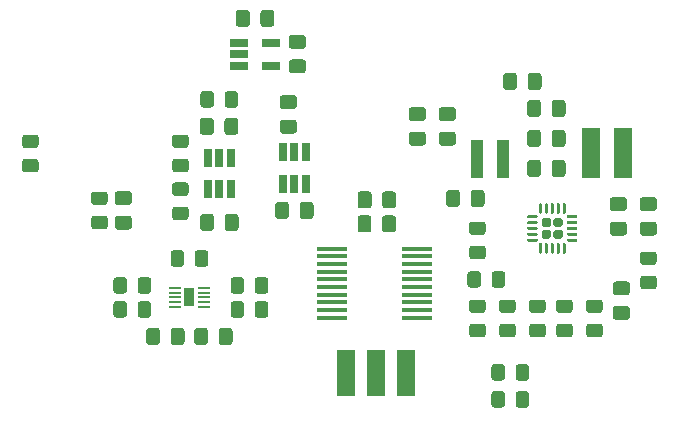
<source format=gbp>
G04 #@! TF.GenerationSoftware,KiCad,Pcbnew,(5.1.6)-1*
G04 #@! TF.CreationDate,2020-11-23T18:00:32+01:00*
G04 #@! TF.ProjectId,Power_module_v1,506f7765-725f-46d6-9f64-756c655f7631,rev?*
G04 #@! TF.SameCoordinates,Original*
G04 #@! TF.FileFunction,Paste,Bot*
G04 #@! TF.FilePolarity,Positive*
%FSLAX46Y46*%
G04 Gerber Fmt 4.6, Leading zero omitted, Abs format (unit mm)*
G04 Created by KiCad (PCBNEW (5.1.6)-1) date 2020-11-23 18:00:32*
%MOMM*%
%LPD*%
G01*
G04 APERTURE LIST*
%ADD10R,1.000000X0.200000*%
%ADD11R,0.900000X1.500000*%
%ADD12R,1.600000X4.300000*%
%ADD13R,1.000000X3.200000*%
%ADD14R,0.650000X1.560000*%
%ADD15R,1.560000X0.650000*%
%ADD16R,2.500000X0.450000*%
%ADD17R,1.524000X4.000000*%
G04 APERTURE END LIST*
G36*
G01*
X107139000Y-92652001D02*
X107139000Y-91751999D01*
G75*
G02*
X107388999Y-91502000I249999J0D01*
G01*
X108039001Y-91502000D01*
G75*
G02*
X108289000Y-91751999I0J-249999D01*
G01*
X108289000Y-92652001D01*
G75*
G02*
X108039001Y-92902000I-249999J0D01*
G01*
X107388999Y-92902000D01*
G75*
G02*
X107139000Y-92652001I0J249999D01*
G01*
G37*
G36*
G01*
X105089000Y-92652001D02*
X105089000Y-91751999D01*
G75*
G02*
X105338999Y-91502000I249999J0D01*
G01*
X105989001Y-91502000D01*
G75*
G02*
X106239000Y-91751999I0J-249999D01*
G01*
X106239000Y-92652001D01*
G75*
G02*
X105989001Y-92902000I-249999J0D01*
G01*
X105338999Y-92902000D01*
G75*
G02*
X105089000Y-92652001I0J249999D01*
G01*
G37*
G36*
G01*
X112219000Y-94938001D02*
X112219000Y-94037999D01*
G75*
G02*
X112468999Y-93788000I249999J0D01*
G01*
X113119001Y-93788000D01*
G75*
G02*
X113369000Y-94037999I0J-249999D01*
G01*
X113369000Y-94938001D01*
G75*
G02*
X113119001Y-95188000I-249999J0D01*
G01*
X112468999Y-95188000D01*
G75*
G02*
X112219000Y-94938001I0J249999D01*
G01*
G37*
G36*
G01*
X110169000Y-94938001D02*
X110169000Y-94037999D01*
G75*
G02*
X110418999Y-93788000I249999J0D01*
G01*
X111069001Y-93788000D01*
G75*
G02*
X111319000Y-94037999I0J-249999D01*
G01*
X111319000Y-94938001D01*
G75*
G02*
X111069001Y-95188000I-249999J0D01*
G01*
X110418999Y-95188000D01*
G75*
G02*
X110169000Y-94938001I0J249999D01*
G01*
G37*
G36*
G01*
X136456000Y-81567000D02*
X136456000Y-82517000D01*
G75*
G02*
X136206000Y-82767000I-250000J0D01*
G01*
X135531000Y-82767000D01*
G75*
G02*
X135281000Y-82517000I0J250000D01*
G01*
X135281000Y-81567000D01*
G75*
G02*
X135531000Y-81317000I250000J0D01*
G01*
X136206000Y-81317000D01*
G75*
G02*
X136456000Y-81567000I0J-250000D01*
G01*
G37*
G36*
G01*
X138531000Y-81567000D02*
X138531000Y-82517000D01*
G75*
G02*
X138281000Y-82767000I-250000J0D01*
G01*
X137606000Y-82767000D01*
G75*
G02*
X137356000Y-82517000I0J250000D01*
G01*
X137356000Y-81567000D01*
G75*
G02*
X137606000Y-81317000I250000J0D01*
G01*
X138281000Y-81317000D01*
G75*
G02*
X138531000Y-81567000I0J-250000D01*
G01*
G37*
G36*
G01*
X142781000Y-96229500D02*
X143731000Y-96229500D01*
G75*
G02*
X143981000Y-96479500I0J-250000D01*
G01*
X143981000Y-97154500D01*
G75*
G02*
X143731000Y-97404500I-250000J0D01*
G01*
X142781000Y-97404500D01*
G75*
G02*
X142531000Y-97154500I0J250000D01*
G01*
X142531000Y-96479500D01*
G75*
G02*
X142781000Y-96229500I250000J0D01*
G01*
G37*
G36*
G01*
X142781000Y-94154500D02*
X143731000Y-94154500D01*
G75*
G02*
X143981000Y-94404500I0J-250000D01*
G01*
X143981000Y-95079500D01*
G75*
G02*
X143731000Y-95329500I-250000J0D01*
G01*
X142781000Y-95329500D01*
G75*
G02*
X142531000Y-95079500I0J250000D01*
G01*
X142531000Y-94404500D01*
G75*
G02*
X142781000Y-94154500I250000J0D01*
G01*
G37*
G36*
G01*
X126459000Y-80576000D02*
X125509000Y-80576000D01*
G75*
G02*
X125259000Y-80326000I0J250000D01*
G01*
X125259000Y-79651000D01*
G75*
G02*
X125509000Y-79401000I250000J0D01*
G01*
X126459000Y-79401000D01*
G75*
G02*
X126709000Y-79651000I0J-250000D01*
G01*
X126709000Y-80326000D01*
G75*
G02*
X126459000Y-80576000I-250000J0D01*
G01*
G37*
G36*
G01*
X126459000Y-82651000D02*
X125509000Y-82651000D01*
G75*
G02*
X125259000Y-82401000I0J250000D01*
G01*
X125259000Y-81726000D01*
G75*
G02*
X125509000Y-81476000I250000J0D01*
G01*
X126459000Y-81476000D01*
G75*
G02*
X126709000Y-81726000I0J-250000D01*
G01*
X126709000Y-82401000D01*
G75*
G02*
X126459000Y-82651000I-250000J0D01*
G01*
G37*
G36*
G01*
X142527000Y-89096000D02*
X143477000Y-89096000D01*
G75*
G02*
X143727000Y-89346000I0J-250000D01*
G01*
X143727000Y-90021000D01*
G75*
G02*
X143477000Y-90271000I-250000J0D01*
G01*
X142527000Y-90271000D01*
G75*
G02*
X142277000Y-90021000I0J250000D01*
G01*
X142277000Y-89346000D01*
G75*
G02*
X142527000Y-89096000I250000J0D01*
G01*
G37*
G36*
G01*
X142527000Y-87021000D02*
X143477000Y-87021000D01*
G75*
G02*
X143727000Y-87271000I0J-250000D01*
G01*
X143727000Y-87946000D01*
G75*
G02*
X143477000Y-88196000I-250000J0D01*
G01*
X142527000Y-88196000D01*
G75*
G02*
X142277000Y-87946000I0J250000D01*
G01*
X142277000Y-87271000D01*
G75*
G02*
X142527000Y-87021000I250000J0D01*
G01*
G37*
G36*
G01*
X136456000Y-84107000D02*
X136456000Y-85057000D01*
G75*
G02*
X136206000Y-85307000I-250000J0D01*
G01*
X135531000Y-85307000D01*
G75*
G02*
X135281000Y-85057000I0J250000D01*
G01*
X135281000Y-84107000D01*
G75*
G02*
X135531000Y-83857000I250000J0D01*
G01*
X136206000Y-83857000D01*
G75*
G02*
X136456000Y-84107000I0J-250000D01*
G01*
G37*
G36*
G01*
X138531000Y-84107000D02*
X138531000Y-85057000D01*
G75*
G02*
X138281000Y-85307000I-250000J0D01*
G01*
X137606000Y-85307000D01*
G75*
G02*
X137356000Y-85057000I0J250000D01*
G01*
X137356000Y-84107000D01*
G75*
G02*
X137606000Y-83857000I250000J0D01*
G01*
X138281000Y-83857000D01*
G75*
G02*
X138531000Y-84107000I0J-250000D01*
G01*
G37*
G36*
G01*
X122996000Y-89756000D02*
X122996000Y-88806000D01*
G75*
G02*
X123246000Y-88556000I250000J0D01*
G01*
X123921000Y-88556000D01*
G75*
G02*
X124171000Y-88806000I0J-250000D01*
G01*
X124171000Y-89756000D01*
G75*
G02*
X123921000Y-90006000I-250000J0D01*
G01*
X123246000Y-90006000D01*
G75*
G02*
X122996000Y-89756000I0J250000D01*
G01*
G37*
G36*
G01*
X120921000Y-89756000D02*
X120921000Y-88806000D01*
G75*
G02*
X121171000Y-88556000I250000J0D01*
G01*
X121846000Y-88556000D01*
G75*
G02*
X122096000Y-88806000I0J-250000D01*
G01*
X122096000Y-89756000D01*
G75*
G02*
X121846000Y-90006000I-250000J0D01*
G01*
X121171000Y-90006000D01*
G75*
G02*
X120921000Y-89756000I0J250000D01*
G01*
G37*
G36*
G01*
X123005000Y-87724000D02*
X123005000Y-86774000D01*
G75*
G02*
X123255000Y-86524000I250000J0D01*
G01*
X123930000Y-86524000D01*
G75*
G02*
X124180000Y-86774000I0J-250000D01*
G01*
X124180000Y-87724000D01*
G75*
G02*
X123930000Y-87974000I-250000J0D01*
G01*
X123255000Y-87974000D01*
G75*
G02*
X123005000Y-87724000I0J250000D01*
G01*
G37*
G36*
G01*
X120930000Y-87724000D02*
X120930000Y-86774000D01*
G75*
G02*
X121180000Y-86524000I250000J0D01*
G01*
X121855000Y-86524000D01*
G75*
G02*
X122105000Y-86774000I0J-250000D01*
G01*
X122105000Y-87724000D01*
G75*
G02*
X121855000Y-87974000I-250000J0D01*
G01*
X121180000Y-87974000D01*
G75*
G02*
X120930000Y-87724000I0J250000D01*
G01*
G37*
G36*
G01*
X109648500Y-81501000D02*
X109648500Y-80551000D01*
G75*
G02*
X109898500Y-80301000I250000J0D01*
G01*
X110573500Y-80301000D01*
G75*
G02*
X110823500Y-80551000I0J-250000D01*
G01*
X110823500Y-81501000D01*
G75*
G02*
X110573500Y-81751000I-250000J0D01*
G01*
X109898500Y-81751000D01*
G75*
G02*
X109648500Y-81501000I0J250000D01*
G01*
G37*
G36*
G01*
X107573500Y-81501000D02*
X107573500Y-80551000D01*
G75*
G02*
X107823500Y-80301000I250000J0D01*
G01*
X108498500Y-80301000D01*
G75*
G02*
X108748500Y-80551000I0J-250000D01*
G01*
X108748500Y-81501000D01*
G75*
G02*
X108498500Y-81751000I-250000J0D01*
G01*
X107823500Y-81751000D01*
G75*
G02*
X107573500Y-81501000I0J250000D01*
G01*
G37*
G36*
G01*
X115537000Y-79560000D02*
X114587000Y-79560000D01*
G75*
G02*
X114337000Y-79310000I0J250000D01*
G01*
X114337000Y-78635000D01*
G75*
G02*
X114587000Y-78385000I250000J0D01*
G01*
X115537000Y-78385000D01*
G75*
G02*
X115787000Y-78635000I0J-250000D01*
G01*
X115787000Y-79310000D01*
G75*
G02*
X115537000Y-79560000I-250000J0D01*
G01*
G37*
G36*
G01*
X115537000Y-81635000D02*
X114587000Y-81635000D01*
G75*
G02*
X114337000Y-81385000I0J250000D01*
G01*
X114337000Y-80710000D01*
G75*
G02*
X114587000Y-80460000I250000J0D01*
G01*
X115537000Y-80460000D01*
G75*
G02*
X115787000Y-80710000I0J-250000D01*
G01*
X115787000Y-81385000D01*
G75*
G02*
X115537000Y-81635000I-250000J0D01*
G01*
G37*
G36*
G01*
X108770000Y-88679000D02*
X108770000Y-89629000D01*
G75*
G02*
X108520000Y-89879000I-250000J0D01*
G01*
X107845000Y-89879000D01*
G75*
G02*
X107595000Y-89629000I0J250000D01*
G01*
X107595000Y-88679000D01*
G75*
G02*
X107845000Y-88429000I250000J0D01*
G01*
X108520000Y-88429000D01*
G75*
G02*
X108770000Y-88679000I0J-250000D01*
G01*
G37*
G36*
G01*
X110845000Y-88679000D02*
X110845000Y-89629000D01*
G75*
G02*
X110595000Y-89879000I-250000J0D01*
G01*
X109920000Y-89879000D01*
G75*
G02*
X109670000Y-89629000I0J250000D01*
G01*
X109670000Y-88679000D01*
G75*
G02*
X109920000Y-88429000I250000J0D01*
G01*
X110595000Y-88429000D01*
G75*
G02*
X110845000Y-88679000I0J-250000D01*
G01*
G37*
G36*
G01*
X100617000Y-88588000D02*
X101567000Y-88588000D01*
G75*
G02*
X101817000Y-88838000I0J-250000D01*
G01*
X101817000Y-89513000D01*
G75*
G02*
X101567000Y-89763000I-250000J0D01*
G01*
X100617000Y-89763000D01*
G75*
G02*
X100367000Y-89513000I0J250000D01*
G01*
X100367000Y-88838000D01*
G75*
G02*
X100617000Y-88588000I250000J0D01*
G01*
G37*
G36*
G01*
X100617000Y-86513000D02*
X101567000Y-86513000D01*
G75*
G02*
X101817000Y-86763000I0J-250000D01*
G01*
X101817000Y-87438000D01*
G75*
G02*
X101567000Y-87688000I-250000J0D01*
G01*
X100617000Y-87688000D01*
G75*
G02*
X100367000Y-87438000I0J250000D01*
G01*
X100367000Y-86763000D01*
G75*
G02*
X100617000Y-86513000I250000J0D01*
G01*
G37*
G36*
G01*
X115120000Y-87663000D02*
X115120000Y-88613000D01*
G75*
G02*
X114870000Y-88863000I-250000J0D01*
G01*
X114195000Y-88863000D01*
G75*
G02*
X113945000Y-88613000I0J250000D01*
G01*
X113945000Y-87663000D01*
G75*
G02*
X114195000Y-87413000I250000J0D01*
G01*
X114870000Y-87413000D01*
G75*
G02*
X115120000Y-87663000I0J-250000D01*
G01*
G37*
G36*
G01*
X117195000Y-87663000D02*
X117195000Y-88613000D01*
G75*
G02*
X116945000Y-88863000I-250000J0D01*
G01*
X116270000Y-88863000D01*
G75*
G02*
X116020000Y-88613000I0J250000D01*
G01*
X116020000Y-87663000D01*
G75*
G02*
X116270000Y-87413000I250000J0D01*
G01*
X116945000Y-87413000D01*
G75*
G02*
X117195000Y-87663000I0J-250000D01*
G01*
G37*
G36*
G01*
X108262000Y-98331000D02*
X108262000Y-99281000D01*
G75*
G02*
X108012000Y-99531000I-250000J0D01*
G01*
X107337000Y-99531000D01*
G75*
G02*
X107087000Y-99281000I0J250000D01*
G01*
X107087000Y-98331000D01*
G75*
G02*
X107337000Y-98081000I250000J0D01*
G01*
X108012000Y-98081000D01*
G75*
G02*
X108262000Y-98331000I0J-250000D01*
G01*
G37*
G36*
G01*
X110337000Y-98331000D02*
X110337000Y-99281000D01*
G75*
G02*
X110087000Y-99531000I-250000J0D01*
G01*
X109412000Y-99531000D01*
G75*
G02*
X109162000Y-99281000I0J250000D01*
G01*
X109162000Y-98331000D01*
G75*
G02*
X109412000Y-98081000I250000J0D01*
G01*
X110087000Y-98081000D01*
G75*
G02*
X110337000Y-98331000I0J-250000D01*
G01*
G37*
G36*
G01*
X116299000Y-74458500D02*
X115349000Y-74458500D01*
G75*
G02*
X115099000Y-74208500I0J250000D01*
G01*
X115099000Y-73533500D01*
G75*
G02*
X115349000Y-73283500I250000J0D01*
G01*
X116299000Y-73283500D01*
G75*
G02*
X116549000Y-73533500I0J-250000D01*
G01*
X116549000Y-74208500D01*
G75*
G02*
X116299000Y-74458500I-250000J0D01*
G01*
G37*
G36*
G01*
X116299000Y-76533500D02*
X115349000Y-76533500D01*
G75*
G02*
X115099000Y-76283500I0J250000D01*
G01*
X115099000Y-75608500D01*
G75*
G02*
X115349000Y-75358500I250000J0D01*
G01*
X116299000Y-75358500D01*
G75*
G02*
X116549000Y-75608500I0J-250000D01*
G01*
X116549000Y-76283500D01*
G75*
G02*
X116299000Y-76533500I-250000J0D01*
G01*
G37*
G36*
G01*
X112696500Y-72357000D02*
X112696500Y-71407000D01*
G75*
G02*
X112946500Y-71157000I250000J0D01*
G01*
X113621500Y-71157000D01*
G75*
G02*
X113871500Y-71407000I0J-250000D01*
G01*
X113871500Y-72357000D01*
G75*
G02*
X113621500Y-72607000I-250000J0D01*
G01*
X112946500Y-72607000D01*
G75*
G02*
X112696500Y-72357000I0J250000D01*
G01*
G37*
G36*
G01*
X110621500Y-72357000D02*
X110621500Y-71407000D01*
G75*
G02*
X110871500Y-71157000I250000J0D01*
G01*
X111546500Y-71157000D01*
G75*
G02*
X111796500Y-71407000I0J-250000D01*
G01*
X111796500Y-72357000D01*
G75*
G02*
X111546500Y-72607000I-250000J0D01*
G01*
X110871500Y-72607000D01*
G75*
G02*
X110621500Y-72357000I0J250000D01*
G01*
G37*
G36*
G01*
X105098000Y-99281000D02*
X105098000Y-98331000D01*
G75*
G02*
X105348000Y-98081000I250000J0D01*
G01*
X106023000Y-98081000D01*
G75*
G02*
X106273000Y-98331000I0J-250000D01*
G01*
X106273000Y-99281000D01*
G75*
G02*
X106023000Y-99531000I-250000J0D01*
G01*
X105348000Y-99531000D01*
G75*
G02*
X105098000Y-99281000I0J250000D01*
G01*
G37*
G36*
G01*
X103023000Y-99281000D02*
X103023000Y-98331000D01*
G75*
G02*
X103273000Y-98081000I250000J0D01*
G01*
X103948000Y-98081000D01*
G75*
G02*
X104198000Y-98331000I0J-250000D01*
G01*
X104198000Y-99281000D01*
G75*
G02*
X103948000Y-99531000I-250000J0D01*
G01*
X103273000Y-99531000D01*
G75*
G02*
X103023000Y-99281000I0J250000D01*
G01*
G37*
G36*
G01*
X128423000Y-87597000D02*
X128423000Y-86647000D01*
G75*
G02*
X128673000Y-86397000I250000J0D01*
G01*
X129348000Y-86397000D01*
G75*
G02*
X129598000Y-86647000I0J-250000D01*
G01*
X129598000Y-87597000D01*
G75*
G02*
X129348000Y-87847000I-250000J0D01*
G01*
X128673000Y-87847000D01*
G75*
G02*
X128423000Y-87597000I0J250000D01*
G01*
G37*
G36*
G01*
X130498000Y-87597000D02*
X130498000Y-86647000D01*
G75*
G02*
X130748000Y-86397000I250000J0D01*
G01*
X131423000Y-86397000D01*
G75*
G02*
X131673000Y-86647000I0J-250000D01*
G01*
X131673000Y-87597000D01*
G75*
G02*
X131423000Y-87847000I-250000J0D01*
G01*
X130748000Y-87847000D01*
G75*
G02*
X130498000Y-87597000I0J250000D01*
G01*
G37*
G36*
G01*
X145067000Y-87021000D02*
X146017000Y-87021000D01*
G75*
G02*
X146267000Y-87271000I0J-250000D01*
G01*
X146267000Y-87946000D01*
G75*
G02*
X146017000Y-88196000I-250000J0D01*
G01*
X145067000Y-88196000D01*
G75*
G02*
X144817000Y-87946000I0J250000D01*
G01*
X144817000Y-87271000D01*
G75*
G02*
X145067000Y-87021000I250000J0D01*
G01*
G37*
G36*
G01*
X145067000Y-89096000D02*
X146017000Y-89096000D01*
G75*
G02*
X146267000Y-89346000I0J-250000D01*
G01*
X146267000Y-90021000D01*
G75*
G02*
X146017000Y-90271000I-250000J0D01*
G01*
X145067000Y-90271000D01*
G75*
G02*
X144817000Y-90021000I0J250000D01*
G01*
X144817000Y-89346000D01*
G75*
G02*
X145067000Y-89096000I250000J0D01*
G01*
G37*
G36*
G01*
X136456000Y-79027000D02*
X136456000Y-79977000D01*
G75*
G02*
X136206000Y-80227000I-250000J0D01*
G01*
X135531000Y-80227000D01*
G75*
G02*
X135281000Y-79977000I0J250000D01*
G01*
X135281000Y-79027000D01*
G75*
G02*
X135531000Y-78777000I250000J0D01*
G01*
X136206000Y-78777000D01*
G75*
G02*
X136456000Y-79027000I0J-250000D01*
G01*
G37*
G36*
G01*
X138531000Y-79027000D02*
X138531000Y-79977000D01*
G75*
G02*
X138281000Y-80227000I-250000J0D01*
G01*
X137606000Y-80227000D01*
G75*
G02*
X137356000Y-79977000I0J250000D01*
G01*
X137356000Y-79027000D01*
G75*
G02*
X137606000Y-78777000I250000J0D01*
G01*
X138281000Y-78777000D01*
G75*
G02*
X138531000Y-79027000I0J-250000D01*
G01*
G37*
G36*
G01*
X135324000Y-77691000D02*
X135324000Y-76741000D01*
G75*
G02*
X135574000Y-76491000I250000J0D01*
G01*
X136249000Y-76491000D01*
G75*
G02*
X136499000Y-76741000I0J-250000D01*
G01*
X136499000Y-77691000D01*
G75*
G02*
X136249000Y-77941000I-250000J0D01*
G01*
X135574000Y-77941000D01*
G75*
G02*
X135324000Y-77691000I0J250000D01*
G01*
G37*
G36*
G01*
X133249000Y-77691000D02*
X133249000Y-76741000D01*
G75*
G02*
X133499000Y-76491000I250000J0D01*
G01*
X134174000Y-76491000D01*
G75*
G02*
X134424000Y-76741000I0J-250000D01*
G01*
X134424000Y-77691000D01*
G75*
G02*
X134174000Y-77941000I-250000J0D01*
G01*
X133499000Y-77941000D01*
G75*
G02*
X133249000Y-77691000I0J250000D01*
G01*
G37*
G36*
G01*
X128999000Y-80576000D02*
X128049000Y-80576000D01*
G75*
G02*
X127799000Y-80326000I0J250000D01*
G01*
X127799000Y-79651000D01*
G75*
G02*
X128049000Y-79401000I250000J0D01*
G01*
X128999000Y-79401000D01*
G75*
G02*
X129249000Y-79651000I0J-250000D01*
G01*
X129249000Y-80326000D01*
G75*
G02*
X128999000Y-80576000I-250000J0D01*
G01*
G37*
G36*
G01*
X128999000Y-82651000D02*
X128049000Y-82651000D01*
G75*
G02*
X127799000Y-82401000I0J250000D01*
G01*
X127799000Y-81726000D01*
G75*
G02*
X128049000Y-81476000I250000J0D01*
G01*
X128999000Y-81476000D01*
G75*
G02*
X129249000Y-81726000I0J-250000D01*
G01*
X129249000Y-82401000D01*
G75*
G02*
X128999000Y-82651000I-250000J0D01*
G01*
G37*
D10*
X105430000Y-96304000D03*
X105430000Y-95904000D03*
X105430000Y-95504000D03*
X105430000Y-95104000D03*
X105430000Y-94704000D03*
X107930000Y-94704000D03*
X107930000Y-95104000D03*
X107930000Y-95504000D03*
X107930000Y-95904000D03*
X107930000Y-96304000D03*
D11*
X106680000Y-95504000D03*
D12*
X140716000Y-83312000D03*
X143416000Y-83312000D03*
D13*
X131064000Y-83820000D03*
X133264000Y-83820000D03*
G36*
G01*
X145091999Y-91618000D02*
X145992001Y-91618000D01*
G75*
G02*
X146242000Y-91867999I0J-249999D01*
G01*
X146242000Y-92518001D01*
G75*
G02*
X145992001Y-92768000I-249999J0D01*
G01*
X145091999Y-92768000D01*
G75*
G02*
X144842000Y-92518001I0J249999D01*
G01*
X144842000Y-91867999D01*
G75*
G02*
X145091999Y-91618000I249999J0D01*
G01*
G37*
G36*
G01*
X145091999Y-93668000D02*
X145992001Y-93668000D01*
G75*
G02*
X146242000Y-93917999I0J-249999D01*
G01*
X146242000Y-94568001D01*
G75*
G02*
X145992001Y-94818000I-249999J0D01*
G01*
X145091999Y-94818000D01*
G75*
G02*
X144842000Y-94568001I0J249999D01*
G01*
X144842000Y-93917999D01*
G75*
G02*
X145091999Y-93668000I249999J0D01*
G01*
G37*
G36*
G01*
X101395000Y-96069999D02*
X101395000Y-96970001D01*
G75*
G02*
X101145001Y-97220000I-249999J0D01*
G01*
X100494999Y-97220000D01*
G75*
G02*
X100245000Y-96970001I0J249999D01*
G01*
X100245000Y-96069999D01*
G75*
G02*
X100494999Y-95820000I249999J0D01*
G01*
X101145001Y-95820000D01*
G75*
G02*
X101395000Y-96069999I0J-249999D01*
G01*
G37*
G36*
G01*
X103445000Y-96069999D02*
X103445000Y-96970001D01*
G75*
G02*
X103195001Y-97220000I-249999J0D01*
G01*
X102544999Y-97220000D01*
G75*
G02*
X102295000Y-96970001I0J249999D01*
G01*
X102295000Y-96069999D01*
G75*
G02*
X102544999Y-95820000I249999J0D01*
G01*
X103195001Y-95820000D01*
G75*
G02*
X103445000Y-96069999I0J-249999D01*
G01*
G37*
G36*
G01*
X103454000Y-94037999D02*
X103454000Y-94938001D01*
G75*
G02*
X103204001Y-95188000I-249999J0D01*
G01*
X102553999Y-95188000D01*
G75*
G02*
X102304000Y-94938001I0J249999D01*
G01*
X102304000Y-94037999D01*
G75*
G02*
X102553999Y-93788000I249999J0D01*
G01*
X103204001Y-93788000D01*
G75*
G02*
X103454000Y-94037999I0J-249999D01*
G01*
G37*
G36*
G01*
X101404000Y-94037999D02*
X101404000Y-94938001D01*
G75*
G02*
X101154001Y-95188000I-249999J0D01*
G01*
X100503999Y-95188000D01*
G75*
G02*
X100254000Y-94938001I0J249999D01*
G01*
X100254000Y-94037999D01*
G75*
G02*
X100503999Y-93788000I249999J0D01*
G01*
X101154001Y-93788000D01*
G75*
G02*
X101404000Y-94037999I0J-249999D01*
G01*
G37*
G36*
G01*
X110169000Y-96970001D02*
X110169000Y-96069999D01*
G75*
G02*
X110418999Y-95820000I249999J0D01*
G01*
X111069001Y-95820000D01*
G75*
G02*
X111319000Y-96069999I0J-249999D01*
G01*
X111319000Y-96970001D01*
G75*
G02*
X111069001Y-97220000I-249999J0D01*
G01*
X110418999Y-97220000D01*
G75*
G02*
X110169000Y-96970001I0J249999D01*
G01*
G37*
G36*
G01*
X112219000Y-96970001D02*
X112219000Y-96069999D01*
G75*
G02*
X112468999Y-95820000I249999J0D01*
G01*
X113119001Y-95820000D01*
G75*
G02*
X113369000Y-96069999I0J-249999D01*
G01*
X113369000Y-96970001D01*
G75*
G02*
X113119001Y-97220000I-249999J0D01*
G01*
X112468999Y-97220000D01*
G75*
G02*
X112219000Y-96970001I0J249999D01*
G01*
G37*
G36*
G01*
X98609999Y-86538000D02*
X99510001Y-86538000D01*
G75*
G02*
X99760000Y-86787999I0J-249999D01*
G01*
X99760000Y-87438001D01*
G75*
G02*
X99510001Y-87688000I-249999J0D01*
G01*
X98609999Y-87688000D01*
G75*
G02*
X98360000Y-87438001I0J249999D01*
G01*
X98360000Y-86787999D01*
G75*
G02*
X98609999Y-86538000I249999J0D01*
G01*
G37*
G36*
G01*
X98609999Y-88588000D02*
X99510001Y-88588000D01*
G75*
G02*
X99760000Y-88837999I0J-249999D01*
G01*
X99760000Y-89488001D01*
G75*
G02*
X99510001Y-89738000I-249999J0D01*
G01*
X98609999Y-89738000D01*
G75*
G02*
X98360000Y-89488001I0J249999D01*
G01*
X98360000Y-88837999D01*
G75*
G02*
X98609999Y-88588000I249999J0D01*
G01*
G37*
G36*
G01*
X106368001Y-86917000D02*
X105467999Y-86917000D01*
G75*
G02*
X105218000Y-86667001I0J249999D01*
G01*
X105218000Y-86016999D01*
G75*
G02*
X105467999Y-85767000I249999J0D01*
G01*
X106368001Y-85767000D01*
G75*
G02*
X106618000Y-86016999I0J-249999D01*
G01*
X106618000Y-86667001D01*
G75*
G02*
X106368001Y-86917000I-249999J0D01*
G01*
G37*
G36*
G01*
X106368001Y-88967000D02*
X105467999Y-88967000D01*
G75*
G02*
X105218000Y-88717001I0J249999D01*
G01*
X105218000Y-88066999D01*
G75*
G02*
X105467999Y-87817000I249999J0D01*
G01*
X106368001Y-87817000D01*
G75*
G02*
X106618000Y-88066999I0J-249999D01*
G01*
X106618000Y-88717001D01*
G75*
G02*
X106368001Y-88967000I-249999J0D01*
G01*
G37*
G36*
G01*
X106368001Y-84912000D02*
X105467999Y-84912000D01*
G75*
G02*
X105218000Y-84662001I0J249999D01*
G01*
X105218000Y-84011999D01*
G75*
G02*
X105467999Y-83762000I249999J0D01*
G01*
X106368001Y-83762000D01*
G75*
G02*
X106618000Y-84011999I0J-249999D01*
G01*
X106618000Y-84662001D01*
G75*
G02*
X106368001Y-84912000I-249999J0D01*
G01*
G37*
G36*
G01*
X106368001Y-82862000D02*
X105467999Y-82862000D01*
G75*
G02*
X105218000Y-82612001I0J249999D01*
G01*
X105218000Y-81961999D01*
G75*
G02*
X105467999Y-81712000I249999J0D01*
G01*
X106368001Y-81712000D01*
G75*
G02*
X106618000Y-81961999I0J-249999D01*
G01*
X106618000Y-82612001D01*
G75*
G02*
X106368001Y-82862000I-249999J0D01*
G01*
G37*
G36*
G01*
X92767999Y-83771000D02*
X93668001Y-83771000D01*
G75*
G02*
X93918000Y-84020999I0J-249999D01*
G01*
X93918000Y-84671001D01*
G75*
G02*
X93668001Y-84921000I-249999J0D01*
G01*
X92767999Y-84921000D01*
G75*
G02*
X92518000Y-84671001I0J249999D01*
G01*
X92518000Y-84020999D01*
G75*
G02*
X92767999Y-83771000I249999J0D01*
G01*
G37*
G36*
G01*
X92767999Y-81721000D02*
X93668001Y-81721000D01*
G75*
G02*
X93918000Y-81970999I0J-249999D01*
G01*
X93918000Y-82621001D01*
G75*
G02*
X93668001Y-82871000I-249999J0D01*
G01*
X92767999Y-82871000D01*
G75*
G02*
X92518000Y-82621001I0J249999D01*
G01*
X92518000Y-81970999D01*
G75*
G02*
X92767999Y-81721000I249999J0D01*
G01*
G37*
G36*
G01*
X133399000Y-103689999D02*
X133399000Y-104590001D01*
G75*
G02*
X133149001Y-104840000I-249999J0D01*
G01*
X132498999Y-104840000D01*
G75*
G02*
X132249000Y-104590001I0J249999D01*
G01*
X132249000Y-103689999D01*
G75*
G02*
X132498999Y-103440000I249999J0D01*
G01*
X133149001Y-103440000D01*
G75*
G02*
X133399000Y-103689999I0J-249999D01*
G01*
G37*
G36*
G01*
X135449000Y-103689999D02*
X135449000Y-104590001D01*
G75*
G02*
X135199001Y-104840000I-249999J0D01*
G01*
X134548999Y-104840000D01*
G75*
G02*
X134299000Y-104590001I0J249999D01*
G01*
X134299000Y-103689999D01*
G75*
G02*
X134548999Y-103440000I249999J0D01*
G01*
X135199001Y-103440000D01*
G75*
G02*
X135449000Y-103689999I0J-249999D01*
G01*
G37*
G36*
G01*
X135449000Y-101403999D02*
X135449000Y-102304001D01*
G75*
G02*
X135199001Y-102554000I-249999J0D01*
G01*
X134548999Y-102554000D01*
G75*
G02*
X134299000Y-102304001I0J249999D01*
G01*
X134299000Y-101403999D01*
G75*
G02*
X134548999Y-101154000I249999J0D01*
G01*
X135199001Y-101154000D01*
G75*
G02*
X135449000Y-101403999I0J-249999D01*
G01*
G37*
G36*
G01*
X133399000Y-101403999D02*
X133399000Y-102304001D01*
G75*
G02*
X133149001Y-102554000I-249999J0D01*
G01*
X132498999Y-102554000D01*
G75*
G02*
X132249000Y-102304001I0J249999D01*
G01*
X132249000Y-101403999D01*
G75*
G02*
X132498999Y-101154000I249999J0D01*
G01*
X133149001Y-101154000D01*
G75*
G02*
X133399000Y-101403999I0J-249999D01*
G01*
G37*
G36*
G01*
X136594001Y-96832000D02*
X135693999Y-96832000D01*
G75*
G02*
X135444000Y-96582001I0J249999D01*
G01*
X135444000Y-95931999D01*
G75*
G02*
X135693999Y-95682000I249999J0D01*
G01*
X136594001Y-95682000D01*
G75*
G02*
X136844000Y-95931999I0J-249999D01*
G01*
X136844000Y-96582001D01*
G75*
G02*
X136594001Y-96832000I-249999J0D01*
G01*
G37*
G36*
G01*
X136594001Y-98882000D02*
X135693999Y-98882000D01*
G75*
G02*
X135444000Y-98632001I0J249999D01*
G01*
X135444000Y-97981999D01*
G75*
G02*
X135693999Y-97732000I249999J0D01*
G01*
X136594001Y-97732000D01*
G75*
G02*
X136844000Y-97981999I0J-249999D01*
G01*
X136844000Y-98632001D01*
G75*
G02*
X136594001Y-98882000I-249999J0D01*
G01*
G37*
G36*
G01*
X134054001Y-98882000D02*
X133153999Y-98882000D01*
G75*
G02*
X132904000Y-98632001I0J249999D01*
G01*
X132904000Y-97981999D01*
G75*
G02*
X133153999Y-97732000I249999J0D01*
G01*
X134054001Y-97732000D01*
G75*
G02*
X134304000Y-97981999I0J-249999D01*
G01*
X134304000Y-98632001D01*
G75*
G02*
X134054001Y-98882000I-249999J0D01*
G01*
G37*
G36*
G01*
X134054001Y-96832000D02*
X133153999Y-96832000D01*
G75*
G02*
X132904000Y-96582001I0J249999D01*
G01*
X132904000Y-95931999D01*
G75*
G02*
X133153999Y-95682000I249999J0D01*
G01*
X134054001Y-95682000D01*
G75*
G02*
X134304000Y-95931999I0J-249999D01*
G01*
X134304000Y-96582001D01*
G75*
G02*
X134054001Y-96832000I-249999J0D01*
G01*
G37*
G36*
G01*
X130613999Y-97732000D02*
X131514001Y-97732000D01*
G75*
G02*
X131764000Y-97981999I0J-249999D01*
G01*
X131764000Y-98632001D01*
G75*
G02*
X131514001Y-98882000I-249999J0D01*
G01*
X130613999Y-98882000D01*
G75*
G02*
X130364000Y-98632001I0J249999D01*
G01*
X130364000Y-97981999D01*
G75*
G02*
X130613999Y-97732000I249999J0D01*
G01*
G37*
G36*
G01*
X130613999Y-95682000D02*
X131514001Y-95682000D01*
G75*
G02*
X131764000Y-95931999I0J-249999D01*
G01*
X131764000Y-96582001D01*
G75*
G02*
X131514001Y-96832000I-249999J0D01*
G01*
X130613999Y-96832000D01*
G75*
G02*
X130364000Y-96582001I0J249999D01*
G01*
X130364000Y-95931999D01*
G75*
G02*
X130613999Y-95682000I249999J0D01*
G01*
G37*
G36*
G01*
X133426000Y-93529999D02*
X133426000Y-94430001D01*
G75*
G02*
X133176001Y-94680000I-249999J0D01*
G01*
X132525999Y-94680000D01*
G75*
G02*
X132276000Y-94430001I0J249999D01*
G01*
X132276000Y-93529999D01*
G75*
G02*
X132525999Y-93280000I249999J0D01*
G01*
X133176001Y-93280000D01*
G75*
G02*
X133426000Y-93529999I0J-249999D01*
G01*
G37*
G36*
G01*
X131376000Y-93529999D02*
X131376000Y-94430001D01*
G75*
G02*
X131126001Y-94680000I-249999J0D01*
G01*
X130475999Y-94680000D01*
G75*
G02*
X130226000Y-94430001I0J249999D01*
G01*
X130226000Y-93529999D01*
G75*
G02*
X130475999Y-93280000I249999J0D01*
G01*
X131126001Y-93280000D01*
G75*
G02*
X131376000Y-93529999I0J-249999D01*
G01*
G37*
G36*
G01*
X131514001Y-90228000D02*
X130613999Y-90228000D01*
G75*
G02*
X130364000Y-89978001I0J249999D01*
G01*
X130364000Y-89327999D01*
G75*
G02*
X130613999Y-89078000I249999J0D01*
G01*
X131514001Y-89078000D01*
G75*
G02*
X131764000Y-89327999I0J-249999D01*
G01*
X131764000Y-89978001D01*
G75*
G02*
X131514001Y-90228000I-249999J0D01*
G01*
G37*
G36*
G01*
X131514001Y-92278000D02*
X130613999Y-92278000D01*
G75*
G02*
X130364000Y-92028001I0J249999D01*
G01*
X130364000Y-91377999D01*
G75*
G02*
X130613999Y-91128000I249999J0D01*
G01*
X131514001Y-91128000D01*
G75*
G02*
X131764000Y-91377999I0J-249999D01*
G01*
X131764000Y-92028001D01*
G75*
G02*
X131514001Y-92278000I-249999J0D01*
G01*
G37*
G36*
G01*
X138880001Y-96832000D02*
X137979999Y-96832000D01*
G75*
G02*
X137730000Y-96582001I0J249999D01*
G01*
X137730000Y-95931999D01*
G75*
G02*
X137979999Y-95682000I249999J0D01*
G01*
X138880001Y-95682000D01*
G75*
G02*
X139130000Y-95931999I0J-249999D01*
G01*
X139130000Y-96582001D01*
G75*
G02*
X138880001Y-96832000I-249999J0D01*
G01*
G37*
G36*
G01*
X138880001Y-98882000D02*
X137979999Y-98882000D01*
G75*
G02*
X137730000Y-98632001I0J249999D01*
G01*
X137730000Y-97981999D01*
G75*
G02*
X137979999Y-97732000I249999J0D01*
G01*
X138880001Y-97732000D01*
G75*
G02*
X139130000Y-97981999I0J-249999D01*
G01*
X139130000Y-98632001D01*
G75*
G02*
X138880001Y-98882000I-249999J0D01*
G01*
G37*
G36*
G01*
X140519999Y-95682000D02*
X141420001Y-95682000D01*
G75*
G02*
X141670000Y-95931999I0J-249999D01*
G01*
X141670000Y-96582001D01*
G75*
G02*
X141420001Y-96832000I-249999J0D01*
G01*
X140519999Y-96832000D01*
G75*
G02*
X140270000Y-96582001I0J249999D01*
G01*
X140270000Y-95931999D01*
G75*
G02*
X140519999Y-95682000I249999J0D01*
G01*
G37*
G36*
G01*
X140519999Y-97732000D02*
X141420001Y-97732000D01*
G75*
G02*
X141670000Y-97981999I0J-249999D01*
G01*
X141670000Y-98632001D01*
G75*
G02*
X141420001Y-98882000I-249999J0D01*
G01*
X140519999Y-98882000D01*
G75*
G02*
X140270000Y-98632001I0J249999D01*
G01*
X140270000Y-97981999D01*
G75*
G02*
X140519999Y-97732000I249999J0D01*
G01*
G37*
D14*
X109220000Y-83660000D03*
X110170000Y-83660000D03*
X108270000Y-83660000D03*
X108270000Y-86360000D03*
X109220000Y-86360000D03*
X110170000Y-86360000D03*
G36*
G01*
X138539000Y-87599500D02*
X138539000Y-88349500D01*
G75*
G02*
X138476500Y-88412000I-62500J0D01*
G01*
X138351500Y-88412000D01*
G75*
G02*
X138289000Y-88349500I0J62500D01*
G01*
X138289000Y-87599500D01*
G75*
G02*
X138351500Y-87537000I62500J0D01*
G01*
X138476500Y-87537000D01*
G75*
G02*
X138539000Y-87599500I0J-62500D01*
G01*
G37*
G36*
G01*
X138039000Y-87599500D02*
X138039000Y-88349500D01*
G75*
G02*
X137976500Y-88412000I-62500J0D01*
G01*
X137851500Y-88412000D01*
G75*
G02*
X137789000Y-88349500I0J62500D01*
G01*
X137789000Y-87599500D01*
G75*
G02*
X137851500Y-87537000I62500J0D01*
G01*
X137976500Y-87537000D01*
G75*
G02*
X138039000Y-87599500I0J-62500D01*
G01*
G37*
G36*
G01*
X137539000Y-87599500D02*
X137539000Y-88349500D01*
G75*
G02*
X137476500Y-88412000I-62500J0D01*
G01*
X137351500Y-88412000D01*
G75*
G02*
X137289000Y-88349500I0J62500D01*
G01*
X137289000Y-87599500D01*
G75*
G02*
X137351500Y-87537000I62500J0D01*
G01*
X137476500Y-87537000D01*
G75*
G02*
X137539000Y-87599500I0J-62500D01*
G01*
G37*
G36*
G01*
X137039000Y-87599500D02*
X137039000Y-88349500D01*
G75*
G02*
X136976500Y-88412000I-62500J0D01*
G01*
X136851500Y-88412000D01*
G75*
G02*
X136789000Y-88349500I0J62500D01*
G01*
X136789000Y-87599500D01*
G75*
G02*
X136851500Y-87537000I62500J0D01*
G01*
X136976500Y-87537000D01*
G75*
G02*
X137039000Y-87599500I0J-62500D01*
G01*
G37*
G36*
G01*
X136539000Y-87599500D02*
X136539000Y-88349500D01*
G75*
G02*
X136476500Y-88412000I-62500J0D01*
G01*
X136351500Y-88412000D01*
G75*
G02*
X136289000Y-88349500I0J62500D01*
G01*
X136289000Y-87599500D01*
G75*
G02*
X136351500Y-87537000I62500J0D01*
G01*
X136476500Y-87537000D01*
G75*
G02*
X136539000Y-87599500I0J-62500D01*
G01*
G37*
G36*
G01*
X136164000Y-88599500D02*
X136164000Y-88724500D01*
G75*
G02*
X136101500Y-88787000I-62500J0D01*
G01*
X135351500Y-88787000D01*
G75*
G02*
X135289000Y-88724500I0J62500D01*
G01*
X135289000Y-88599500D01*
G75*
G02*
X135351500Y-88537000I62500J0D01*
G01*
X136101500Y-88537000D01*
G75*
G02*
X136164000Y-88599500I0J-62500D01*
G01*
G37*
G36*
G01*
X136164000Y-89099500D02*
X136164000Y-89224500D01*
G75*
G02*
X136101500Y-89287000I-62500J0D01*
G01*
X135351500Y-89287000D01*
G75*
G02*
X135289000Y-89224500I0J62500D01*
G01*
X135289000Y-89099500D01*
G75*
G02*
X135351500Y-89037000I62500J0D01*
G01*
X136101500Y-89037000D01*
G75*
G02*
X136164000Y-89099500I0J-62500D01*
G01*
G37*
G36*
G01*
X136164000Y-89599500D02*
X136164000Y-89724500D01*
G75*
G02*
X136101500Y-89787000I-62500J0D01*
G01*
X135351500Y-89787000D01*
G75*
G02*
X135289000Y-89724500I0J62500D01*
G01*
X135289000Y-89599500D01*
G75*
G02*
X135351500Y-89537000I62500J0D01*
G01*
X136101500Y-89537000D01*
G75*
G02*
X136164000Y-89599500I0J-62500D01*
G01*
G37*
G36*
G01*
X136164000Y-90099500D02*
X136164000Y-90224500D01*
G75*
G02*
X136101500Y-90287000I-62500J0D01*
G01*
X135351500Y-90287000D01*
G75*
G02*
X135289000Y-90224500I0J62500D01*
G01*
X135289000Y-90099500D01*
G75*
G02*
X135351500Y-90037000I62500J0D01*
G01*
X136101500Y-90037000D01*
G75*
G02*
X136164000Y-90099500I0J-62500D01*
G01*
G37*
G36*
G01*
X136164000Y-90599500D02*
X136164000Y-90724500D01*
G75*
G02*
X136101500Y-90787000I-62500J0D01*
G01*
X135351500Y-90787000D01*
G75*
G02*
X135289000Y-90724500I0J62500D01*
G01*
X135289000Y-90599500D01*
G75*
G02*
X135351500Y-90537000I62500J0D01*
G01*
X136101500Y-90537000D01*
G75*
G02*
X136164000Y-90599500I0J-62500D01*
G01*
G37*
G36*
G01*
X136539000Y-90974500D02*
X136539000Y-91724500D01*
G75*
G02*
X136476500Y-91787000I-62500J0D01*
G01*
X136351500Y-91787000D01*
G75*
G02*
X136289000Y-91724500I0J62500D01*
G01*
X136289000Y-90974500D01*
G75*
G02*
X136351500Y-90912000I62500J0D01*
G01*
X136476500Y-90912000D01*
G75*
G02*
X136539000Y-90974500I0J-62500D01*
G01*
G37*
G36*
G01*
X137039000Y-90974500D02*
X137039000Y-91724500D01*
G75*
G02*
X136976500Y-91787000I-62500J0D01*
G01*
X136851500Y-91787000D01*
G75*
G02*
X136789000Y-91724500I0J62500D01*
G01*
X136789000Y-90974500D01*
G75*
G02*
X136851500Y-90912000I62500J0D01*
G01*
X136976500Y-90912000D01*
G75*
G02*
X137039000Y-90974500I0J-62500D01*
G01*
G37*
G36*
G01*
X137539000Y-90974500D02*
X137539000Y-91724500D01*
G75*
G02*
X137476500Y-91787000I-62500J0D01*
G01*
X137351500Y-91787000D01*
G75*
G02*
X137289000Y-91724500I0J62500D01*
G01*
X137289000Y-90974500D01*
G75*
G02*
X137351500Y-90912000I62500J0D01*
G01*
X137476500Y-90912000D01*
G75*
G02*
X137539000Y-90974500I0J-62500D01*
G01*
G37*
G36*
G01*
X138039000Y-90974500D02*
X138039000Y-91724500D01*
G75*
G02*
X137976500Y-91787000I-62500J0D01*
G01*
X137851500Y-91787000D01*
G75*
G02*
X137789000Y-91724500I0J62500D01*
G01*
X137789000Y-90974500D01*
G75*
G02*
X137851500Y-90912000I62500J0D01*
G01*
X137976500Y-90912000D01*
G75*
G02*
X138039000Y-90974500I0J-62500D01*
G01*
G37*
G36*
G01*
X138539000Y-90974500D02*
X138539000Y-91724500D01*
G75*
G02*
X138476500Y-91787000I-62500J0D01*
G01*
X138351500Y-91787000D01*
G75*
G02*
X138289000Y-91724500I0J62500D01*
G01*
X138289000Y-90974500D01*
G75*
G02*
X138351500Y-90912000I62500J0D01*
G01*
X138476500Y-90912000D01*
G75*
G02*
X138539000Y-90974500I0J-62500D01*
G01*
G37*
G36*
G01*
X139539000Y-90599500D02*
X139539000Y-90724500D01*
G75*
G02*
X139476500Y-90787000I-62500J0D01*
G01*
X138726500Y-90787000D01*
G75*
G02*
X138664000Y-90724500I0J62500D01*
G01*
X138664000Y-90599500D01*
G75*
G02*
X138726500Y-90537000I62500J0D01*
G01*
X139476500Y-90537000D01*
G75*
G02*
X139539000Y-90599500I0J-62500D01*
G01*
G37*
G36*
G01*
X139539000Y-90099500D02*
X139539000Y-90224500D01*
G75*
G02*
X139476500Y-90287000I-62500J0D01*
G01*
X138726500Y-90287000D01*
G75*
G02*
X138664000Y-90224500I0J62500D01*
G01*
X138664000Y-90099500D01*
G75*
G02*
X138726500Y-90037000I62500J0D01*
G01*
X139476500Y-90037000D01*
G75*
G02*
X139539000Y-90099500I0J-62500D01*
G01*
G37*
G36*
G01*
X139539000Y-89599500D02*
X139539000Y-89724500D01*
G75*
G02*
X139476500Y-89787000I-62500J0D01*
G01*
X138726500Y-89787000D01*
G75*
G02*
X138664000Y-89724500I0J62500D01*
G01*
X138664000Y-89599500D01*
G75*
G02*
X138726500Y-89537000I62500J0D01*
G01*
X139476500Y-89537000D01*
G75*
G02*
X139539000Y-89599500I0J-62500D01*
G01*
G37*
G36*
G01*
X139539000Y-89099500D02*
X139539000Y-89224500D01*
G75*
G02*
X139476500Y-89287000I-62500J0D01*
G01*
X138726500Y-89287000D01*
G75*
G02*
X138664000Y-89224500I0J62500D01*
G01*
X138664000Y-89099500D01*
G75*
G02*
X138726500Y-89037000I62500J0D01*
G01*
X139476500Y-89037000D01*
G75*
G02*
X139539000Y-89099500I0J-62500D01*
G01*
G37*
G36*
G01*
X139539000Y-88599500D02*
X139539000Y-88724500D01*
G75*
G02*
X139476500Y-88787000I-62500J0D01*
G01*
X138726500Y-88787000D01*
G75*
G02*
X138664000Y-88724500I0J62500D01*
G01*
X138664000Y-88599500D01*
G75*
G02*
X138726500Y-88537000I62500J0D01*
G01*
X139476500Y-88537000D01*
G75*
G02*
X139539000Y-88599500I0J-62500D01*
G01*
G37*
G36*
G01*
X137319000Y-89959500D02*
X137319000Y-90364500D01*
G75*
G02*
X137116500Y-90567000I-202500J0D01*
G01*
X136711500Y-90567000D01*
G75*
G02*
X136509000Y-90364500I0J202500D01*
G01*
X136509000Y-89959500D01*
G75*
G02*
X136711500Y-89757000I202500J0D01*
G01*
X137116500Y-89757000D01*
G75*
G02*
X137319000Y-89959500I0J-202500D01*
G01*
G37*
G36*
G01*
X137319000Y-88959500D02*
X137319000Y-89364500D01*
G75*
G02*
X137116500Y-89567000I-202500J0D01*
G01*
X136711500Y-89567000D01*
G75*
G02*
X136509000Y-89364500I0J202500D01*
G01*
X136509000Y-88959500D01*
G75*
G02*
X136711500Y-88757000I202500J0D01*
G01*
X137116500Y-88757000D01*
G75*
G02*
X137319000Y-88959500I0J-202500D01*
G01*
G37*
G36*
G01*
X138319000Y-89959500D02*
X138319000Y-90364500D01*
G75*
G02*
X138116500Y-90567000I-202500J0D01*
G01*
X137711500Y-90567000D01*
G75*
G02*
X137509000Y-90364500I0J202500D01*
G01*
X137509000Y-89959500D01*
G75*
G02*
X137711500Y-89757000I202500J0D01*
G01*
X138116500Y-89757000D01*
G75*
G02*
X138319000Y-89959500I0J-202500D01*
G01*
G37*
G36*
G01*
X138319000Y-88959500D02*
X138319000Y-89364500D01*
G75*
G02*
X138116500Y-89567000I-202500J0D01*
G01*
X137711500Y-89567000D01*
G75*
G02*
X137509000Y-89364500I0J202500D01*
G01*
X137509000Y-88959500D01*
G75*
G02*
X137711500Y-88757000I202500J0D01*
G01*
X138116500Y-88757000D01*
G75*
G02*
X138319000Y-88959500I0J-202500D01*
G01*
G37*
D15*
X110918000Y-75880000D03*
X110918000Y-74930000D03*
X110918000Y-73980000D03*
X113618000Y-73980000D03*
X113618000Y-75880000D03*
D16*
X125984000Y-91380000D03*
X125984000Y-92030000D03*
X125984000Y-92680000D03*
X125984000Y-93330000D03*
X125984000Y-93980000D03*
X125984000Y-94630000D03*
X125984000Y-95280000D03*
X125984000Y-95930000D03*
X125984000Y-96580000D03*
X125984000Y-97230000D03*
X118784000Y-97230000D03*
X118784000Y-96580000D03*
X118784000Y-95930000D03*
X118784000Y-95280000D03*
X118784000Y-94630000D03*
X118784000Y-93980000D03*
X118784000Y-93330000D03*
X118784000Y-92680000D03*
X118784000Y-92030000D03*
X118784000Y-91380000D03*
D17*
X125049280Y-101912420D03*
X122509280Y-101912420D03*
X119969280Y-101912420D03*
G36*
G01*
X110811000Y-78289999D02*
X110811000Y-79190001D01*
G75*
G02*
X110561001Y-79440000I-249999J0D01*
G01*
X109910999Y-79440000D01*
G75*
G02*
X109661000Y-79190001I0J249999D01*
G01*
X109661000Y-78289999D01*
G75*
G02*
X109910999Y-78040000I249999J0D01*
G01*
X110561001Y-78040000D01*
G75*
G02*
X110811000Y-78289999I0J-249999D01*
G01*
G37*
G36*
G01*
X108761000Y-78289999D02*
X108761000Y-79190001D01*
G75*
G02*
X108511001Y-79440000I-249999J0D01*
G01*
X107860999Y-79440000D01*
G75*
G02*
X107611000Y-79190001I0J249999D01*
G01*
X107611000Y-78289999D01*
G75*
G02*
X107860999Y-78040000I249999J0D01*
G01*
X108511001Y-78040000D01*
G75*
G02*
X108761000Y-78289999I0J-249999D01*
G01*
G37*
D14*
X116520000Y-85932000D03*
X115570000Y-85932000D03*
X114620000Y-85932000D03*
X114620000Y-83232000D03*
X116520000Y-83232000D03*
X115570000Y-83232000D03*
M02*

</source>
